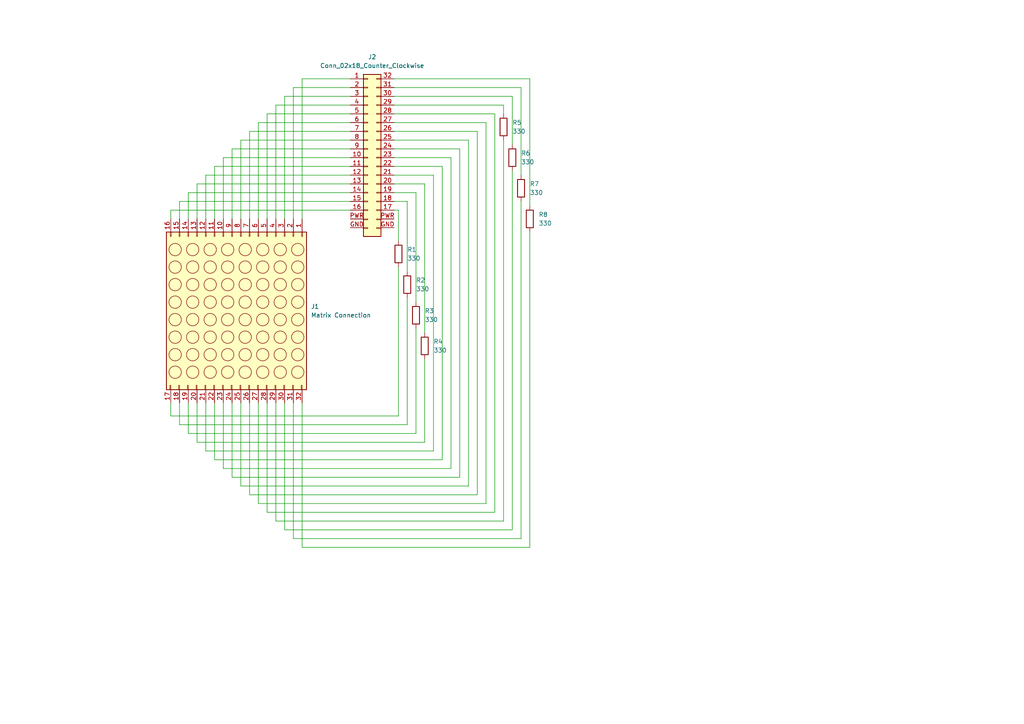
<source format=kicad_sch>
(kicad_sch
	(version 20231120)
	(generator "eeschema")
	(generator_version "8.0")
	(uuid "cb8ab630-adf0-442a-9e14-29f47a2ec785")
	(paper "A4")
	(lib_symbols
		(symbol "Conn_02x16_Counter_Clockwise_1"
			(pin_names
				(offset 1.016) hide)
			(exclude_from_sim no)
			(in_bom yes)
			(on_board yes)
			(property "Reference" "J2"
				(at 1.27 24.13 0)
				(effects
					(font
						(size 1.27 1.27)
					)
				)
			)
			(property "Value" "Conn_02x18_Counter_Clockwise"
				(at 1.27 21.59 0)
				(effects
					(font
						(size 1.27 1.27)
					)
				)
			)
			(property "Footprint" "Connector_PinHeader_2.54mm:PinHeader_2x18_P2.54mm_Vertical"
				(at 0 0 0)
				(effects
					(font
						(size 1.27 1.27)
					)
					(hide yes)
				)
			)
			(property "Datasheet" "~"
				(at 0 0 0)
				(effects
					(font
						(size 1.27 1.27)
					)
					(hide yes)
				)
			)
			(property "Description" "Generic connector, double row, 02x16, counter clockwise pin numbering scheme (similar to DIP package numbering), script generated (kicad-library-utils/schlib/autogen/connector/)"
				(at 0 0 0)
				(effects
					(font
						(size 1.27 1.27)
					)
					(hide yes)
				)
			)
			(property "ki_keywords" "connector"
				(at 0 0 0)
				(effects
					(font
						(size 1.27 1.27)
					)
					(hide yes)
				)
			)
			(property "ki_fp_filters" "Connector*:*_2x??_*"
				(at 0 0 0)
				(effects
					(font
						(size 1.27 1.27)
					)
					(hide yes)
				)
			)
			(symbol "Conn_02x16_Counter_Clockwise_1_1_1"
				(rectangle
					(start -1.27 -25.4)
					(end 0 -25.654)
					(stroke
						(width 0.1524)
						(type default)
					)
					(fill
						(type none)
					)
				)
				(rectangle
					(start -1.27 -22.86)
					(end 0 -23.114)
					(stroke
						(width 0.1524)
						(type default)
					)
					(fill
						(type none)
					)
				)
				(rectangle
					(start -1.27 -20.193)
					(end 0 -20.447)
					(stroke
						(width 0.1524)
						(type default)
					)
					(fill
						(type none)
					)
				)
				(rectangle
					(start -1.27 -17.653)
					(end 0 -17.907)
					(stroke
						(width 0.1524)
						(type default)
					)
					(fill
						(type none)
					)
				)
				(rectangle
					(start -1.27 -15.113)
					(end 0 -15.367)
					(stroke
						(width 0.1524)
						(type default)
					)
					(fill
						(type none)
					)
				)
				(rectangle
					(start -1.27 -12.573)
					(end 0 -12.827)
					(stroke
						(width 0.1524)
						(type default)
					)
					(fill
						(type none)
					)
				)
				(rectangle
					(start -1.27 -10.033)
					(end 0 -10.287)
					(stroke
						(width 0.1524)
						(type default)
					)
					(fill
						(type none)
					)
				)
				(rectangle
					(start -1.27 -7.493)
					(end 0 -7.747)
					(stroke
						(width 0.1524)
						(type default)
					)
					(fill
						(type none)
					)
				)
				(rectangle
					(start -1.27 -4.953)
					(end 0 -5.207)
					(stroke
						(width 0.1524)
						(type default)
					)
					(fill
						(type none)
					)
				)
				(rectangle
					(start -1.27 -2.413)
					(end 0 -2.667)
					(stroke
						(width 0.1524)
						(type default)
					)
					(fill
						(type none)
					)
				)
				(rectangle
					(start -1.27 0.127)
					(end 0 -0.127)
					(stroke
						(width 0.1524)
						(type default)
					)
					(fill
						(type none)
					)
				)
				(rectangle
					(start -1.27 2.667)
					(end 0 2.413)
					(stroke
						(width 0.1524)
						(type default)
					)
					(fill
						(type none)
					)
				)
				(rectangle
					(start -1.27 5.207)
					(end 0 4.953)
					(stroke
						(width 0.1524)
						(type default)
					)
					(fill
						(type none)
					)
				)
				(rectangle
					(start -1.27 7.747)
					(end 0 7.493)
					(stroke
						(width 0.1524)
						(type default)
					)
					(fill
						(type none)
					)
				)
				(rectangle
					(start -1.27 10.287)
					(end 0 10.033)
					(stroke
						(width 0.1524)
						(type default)
					)
					(fill
						(type none)
					)
				)
				(rectangle
					(start -1.27 12.827)
					(end 0 12.573)
					(stroke
						(width 0.1524)
						(type default)
					)
					(fill
						(type none)
					)
				)
				(rectangle
					(start -1.27 15.367)
					(end 0 15.113)
					(stroke
						(width 0.1524)
						(type default)
					)
					(fill
						(type none)
					)
				)
				(rectangle
					(start -1.27 17.907)
					(end 0 17.653)
					(stroke
						(width 0.1524)
						(type default)
					)
					(fill
						(type none)
					)
				)
				(rectangle
					(start -1.27 19.05)
					(end 3.81 -27.94)
					(stroke
						(width 0.254)
						(type default)
					)
					(fill
						(type background)
					)
				)
				(rectangle
					(start 2.54 -25.4)
					(end 3.81 -25.654)
					(stroke
						(width 0.1524)
						(type default)
					)
					(fill
						(type none)
					)
				)
				(rectangle
					(start 2.54 -22.86)
					(end 3.81 -23.114)
					(stroke
						(width 0.1524)
						(type default)
					)
					(fill
						(type none)
					)
				)
				(rectangle
					(start 3.81 -20.193)
					(end 2.54 -20.447)
					(stroke
						(width 0.1524)
						(type default)
					)
					(fill
						(type none)
					)
				)
				(rectangle
					(start 3.81 -17.653)
					(end 2.54 -17.907)
					(stroke
						(width 0.1524)
						(type default)
					)
					(fill
						(type none)
					)
				)
				(rectangle
					(start 3.81 -15.113)
					(end 2.54 -15.367)
					(stroke
						(width 0.1524)
						(type default)
					)
					(fill
						(type none)
					)
				)
				(rectangle
					(start 3.81 -12.573)
					(end 2.54 -12.827)
					(stroke
						(width 0.1524)
						(type default)
					)
					(fill
						(type none)
					)
				)
				(rectangle
					(start 3.81 -10.033)
					(end 2.54 -10.287)
					(stroke
						(width 0.1524)
						(type default)
					)
					(fill
						(type none)
					)
				)
				(rectangle
					(start 3.81 -7.493)
					(end 2.54 -7.747)
					(stroke
						(width 0.1524)
						(type default)
					)
					(fill
						(type none)
					)
				)
				(rectangle
					(start 3.81 -4.953)
					(end 2.54 -5.207)
					(stroke
						(width 0.1524)
						(type default)
					)
					(fill
						(type none)
					)
				)
				(rectangle
					(start 3.81 -2.413)
					(end 2.54 -2.667)
					(stroke
						(width 0.1524)
						(type default)
					)
					(fill
						(type none)
					)
				)
				(rectangle
					(start 3.81 0.127)
					(end 2.54 -0.127)
					(stroke
						(width 0.1524)
						(type default)
					)
					(fill
						(type none)
					)
				)
				(rectangle
					(start 3.81 2.667)
					(end 2.54 2.413)
					(stroke
						(width 0.1524)
						(type default)
					)
					(fill
						(type none)
					)
				)
				(rectangle
					(start 3.81 5.207)
					(end 2.54 4.953)
					(stroke
						(width 0.1524)
						(type default)
					)
					(fill
						(type none)
					)
				)
				(rectangle
					(start 3.81 7.747)
					(end 2.54 7.493)
					(stroke
						(width 0.1524)
						(type default)
					)
					(fill
						(type none)
					)
				)
				(rectangle
					(start 3.81 10.287)
					(end 2.54 10.033)
					(stroke
						(width 0.1524)
						(type default)
					)
					(fill
						(type none)
					)
				)
				(rectangle
					(start 3.81 12.827)
					(end 2.54 12.573)
					(stroke
						(width 0.1524)
						(type default)
					)
					(fill
						(type none)
					)
				)
				(rectangle
					(start 3.81 15.367)
					(end 2.54 15.113)
					(stroke
						(width 0.1524)
						(type default)
					)
					(fill
						(type none)
					)
				)
				(rectangle
					(start 3.81 17.907)
					(end 2.54 17.653)
					(stroke
						(width 0.1524)
						(type default)
					)
					(fill
						(type none)
					)
				)
				(pin passive line
					(at -5.08 17.78 0)
					(length 3.81)
					(name "Pin_1"
						(effects
							(font
								(size 1.27 1.27)
							)
						)
					)
					(number "1"
						(effects
							(font
								(size 1.27 1.27)
							)
						)
					)
				)
				(pin passive line
					(at -5.08 -5.08 0)
					(length 3.81)
					(name "Pin_10"
						(effects
							(font
								(size 1.27 1.27)
							)
						)
					)
					(number "10"
						(effects
							(font
								(size 1.27 1.27)
							)
						)
					)
				)
				(pin passive line
					(at -5.08 -7.62 0)
					(length 3.81)
					(name "Pin_11"
						(effects
							(font
								(size 1.27 1.27)
							)
						)
					)
					(number "11"
						(effects
							(font
								(size 1.27 1.27)
							)
						)
					)
				)
				(pin passive line
					(at -5.08 -10.16 0)
					(length 3.81)
					(name "Pin_12"
						(effects
							(font
								(size 1.27 1.27)
							)
						)
					)
					(number "12"
						(effects
							(font
								(size 1.27 1.27)
							)
						)
					)
				)
				(pin passive line
					(at -5.08 -12.7 0)
					(length 3.81)
					(name "Pin_13"
						(effects
							(font
								(size 1.27 1.27)
							)
						)
					)
					(number "13"
						(effects
							(font
								(size 1.27 1.27)
							)
						)
					)
				)
				(pin passive line
					(at -5.08 -15.24 0)
					(length 3.81)
					(name "Pin_14"
						(effects
							(font
								(size 1.27 1.27)
							)
						)
					)
					(number "14"
						(effects
							(font
								(size 1.27 1.27)
							)
						)
					)
				)
				(pin passive line
					(at -5.08 -17.78 0)
					(length 3.81)
					(name "Pin_15"
						(effects
							(font
								(size 1.27 1.27)
							)
						)
					)
					(number "15"
						(effects
							(font
								(size 1.27 1.27)
							)
						)
					)
				)
				(pin passive line
					(at -5.08 -20.32 0)
					(length 3.81)
					(name "Pin_16"
						(effects
							(font
								(size 1.27 1.27)
							)
						)
					)
					(number "16"
						(effects
							(font
								(size 1.27 1.27)
							)
						)
					)
				)
				(pin passive line
					(at 7.62 -20.32 180)
					(length 3.81)
					(name "Pin_17"
						(effects
							(font
								(size 1.27 1.27)
							)
						)
					)
					(number "17"
						(effects
							(font
								(size 1.27 1.27)
							)
						)
					)
				)
				(pin passive line
					(at 7.62 -17.78 180)
					(length 3.81)
					(name "Pin_18"
						(effects
							(font
								(size 1.27 1.27)
							)
						)
					)
					(number "18"
						(effects
							(font
								(size 1.27 1.27)
							)
						)
					)
				)
				(pin passive line
					(at 7.62 -15.24 180)
					(length 3.81)
					(name "Pin_19"
						(effects
							(font
								(size 1.27 1.27)
							)
						)
					)
					(number "19"
						(effects
							(font
								(size 1.27 1.27)
							)
						)
					)
				)
				(pin passive line
					(at -5.08 15.24 0)
					(length 3.81)
					(name "Pin_2"
						(effects
							(font
								(size 1.27 1.27)
							)
						)
					)
					(number "2"
						(effects
							(font
								(size 1.27 1.27)
							)
						)
					)
				)
				(pin passive line
					(at 7.62 -12.7 180)
					(length 3.81)
					(name "Pin_20"
						(effects
							(font
								(size 1.27 1.27)
							)
						)
					)
					(number "20"
						(effects
							(font
								(size 1.27 1.27)
							)
						)
					)
				)
				(pin passive line
					(at 7.62 -10.16 180)
					(length 3.81)
					(name "Pin_21"
						(effects
							(font
								(size 1.27 1.27)
							)
						)
					)
					(number "21"
						(effects
							(font
								(size 1.27 1.27)
							)
						)
					)
				)
				(pin passive line
					(at 7.62 -7.62 180)
					(length 3.81)
					(name "Pin_22"
						(effects
							(font
								(size 1.27 1.27)
							)
						)
					)
					(number "22"
						(effects
							(font
								(size 1.27 1.27)
							)
						)
					)
				)
				(pin passive line
					(at 7.62 -5.08 180)
					(length 3.81)
					(name "Pin_23"
						(effects
							(font
								(size 1.27 1.27)
							)
						)
					)
					(number "23"
						(effects
							(font
								(size 1.27 1.27)
							)
						)
					)
				)
				(pin passive line
					(at 7.62 -2.54 180)
					(length 3.81)
					(name "Pin_24"
						(effects
							(font
								(size 1.27 1.27)
							)
						)
					)
					(number "24"
						(effects
							(font
								(size 1.27 1.27)
							)
						)
					)
				)
				(pin passive line
					(at 7.62 0 180)
					(length 3.81)
					(name "Pin_25"
						(effects
							(font
								(size 1.27 1.27)
							)
						)
					)
					(number "25"
						(effects
							(font
								(size 1.27 1.27)
							)
						)
					)
				)
				(pin passive line
					(at 7.62 2.54 180)
					(length 3.81)
					(name "Pin_26"
						(effects
							(font
								(size 1.27 1.27)
							)
						)
					)
					(number "26"
						(effects
							(font
								(size 1.27 1.27)
							)
						)
					)
				)
				(pin passive line
					(at 7.62 5.08 180)
					(length 3.81)
					(name "Pin_27"
						(effects
							(font
								(size 1.27 1.27)
							)
						)
					)
					(number "27"
						(effects
							(font
								(size 1.27 1.27)
							)
						)
					)
				)
				(pin passive line
					(at 7.62 7.62 180)
					(length 3.81)
					(name "Pin_28"
						(effects
							(font
								(size 1.27 1.27)
							)
						)
					)
					(number "28"
						(effects
							(font
								(size 1.27 1.27)
							)
						)
					)
				)
				(pin passive line
					(at 7.62 10.16 180)
					(length 3.81)
					(name "Pin_29"
						(effects
							(font
								(size 1.27 1.27)
							)
						)
					)
					(number "29"
						(effects
							(font
								(size 1.27 1.27)
							)
						)
					)
				)
				(pin passive line
					(at -5.08 12.7 0)
					(length 3.81)
					(name "Pin_3"
						(effects
							(font
								(size 1.27 1.27)
							)
						)
					)
					(number "3"
						(effects
							(font
								(size 1.27 1.27)
							)
						)
					)
				)
				(pin passive line
					(at 7.62 12.7 180)
					(length 3.81)
					(name "Pin_30"
						(effects
							(font
								(size 1.27 1.27)
							)
						)
					)
					(number "30"
						(effects
							(font
								(size 1.27 1.27)
							)
						)
					)
				)
				(pin passive line
					(at 7.62 15.24 180)
					(length 3.81)
					(name "Pin_31"
						(effects
							(font
								(size 1.27 1.27)
							)
						)
					)
					(number "31"
						(effects
							(font
								(size 1.27 1.27)
							)
						)
					)
				)
				(pin passive line
					(at 7.62 17.78 180)
					(length 3.81)
					(name "Pin_32"
						(effects
							(font
								(size 1.27 1.27)
							)
						)
					)
					(number "32"
						(effects
							(font
								(size 1.27 1.27)
							)
						)
					)
				)
				(pin passive line
					(at -5.08 10.16 0)
					(length 3.81)
					(name "Pin_4"
						(effects
							(font
								(size 1.27 1.27)
							)
						)
					)
					(number "4"
						(effects
							(font
								(size 1.27 1.27)
							)
						)
					)
				)
				(pin passive line
					(at -5.08 7.62 0)
					(length 3.81)
					(name "Pin_5"
						(effects
							(font
								(size 1.27 1.27)
							)
						)
					)
					(number "5"
						(effects
							(font
								(size 1.27 1.27)
							)
						)
					)
				)
				(pin passive line
					(at -5.08 5.08 0)
					(length 3.81)
					(name "Pin_6"
						(effects
							(font
								(size 1.27 1.27)
							)
						)
					)
					(number "6"
						(effects
							(font
								(size 1.27 1.27)
							)
						)
					)
				)
				(pin passive line
					(at -5.08 2.54 0)
					(length 3.81)
					(name "Pin_7"
						(effects
							(font
								(size 1.27 1.27)
							)
						)
					)
					(number "7"
						(effects
							(font
								(size 1.27 1.27)
							)
						)
					)
				)
				(pin passive line
					(at -5.08 0 0)
					(length 3.81)
					(name "Pin_8"
						(effects
							(font
								(size 1.27 1.27)
							)
						)
					)
					(number "8"
						(effects
							(font
								(size 1.27 1.27)
							)
						)
					)
				)
				(pin passive line
					(at -5.08 -2.54 0)
					(length 3.81)
					(name "Pin_9"
						(effects
							(font
								(size 1.27 1.27)
							)
						)
					)
					(number "9"
						(effects
							(font
								(size 1.27 1.27)
							)
						)
					)
				)
				(pin passive line
					(at -5.08 -25.4 0)
					(length 3.81)
					(name "GND"
						(effects
							(font
								(size 1.27 1.27)
							)
						)
					)
					(number "GND"
						(effects
							(font
								(size 1.27 1.27)
							)
						)
					)
				)
				(pin passive line
					(at 7.62 -25.4 180)
					(length 3.81)
					(name "GND"
						(effects
							(font
								(size 1.27 1.27)
							)
						)
					)
					(number "GND"
						(effects
							(font
								(size 1.27 1.27)
							)
						)
					)
				)
				(pin passive line
					(at -5.08 -22.86 0)
					(length 3.81)
					(name "PWR"
						(effects
							(font
								(size 1.27 1.27)
							)
						)
					)
					(number "PWR"
						(effects
							(font
								(size 1.27 1.27)
							)
						)
					)
				)
				(pin passive line
					(at 7.62 -22.86 180)
					(length 3.81)
					(name "PWR"
						(effects
							(font
								(size 1.27 1.27)
							)
						)
					)
					(number "PWR"
						(effects
							(font
								(size 1.27 1.27)
							)
						)
					)
				)
			)
		)
		(symbol "Connector_Generic:Conn_02x16_Counter_Clockwise"
			(pin_names
				(offset 1.016) hide)
			(exclude_from_sim no)
			(in_bom yes)
			(on_board yes)
			(property "Reference" "J1"
				(at -0.0001 -22.86 90)
				(effects
					(font
						(size 1.27 1.27)
					)
					(justify right)
				)
			)
			(property "Value" "Matrix Connection"
				(at 2.5399 -22.86 90)
				(effects
					(font
						(size 1.27 1.27)
					)
					(justify right)
				)
			)
			(property "Footprint" "Custom:RGB Matrix 2.54 pitch"
				(at 22.352 21.082 0)
				(effects
					(font
						(size 1.27 1.27)
					)
					(hide yes)
				)
			)
			(property "Datasheet" "~"
				(at 0 0 0)
				(effects
					(font
						(size 1.27 1.27)
					)
					(hide yes)
				)
			)
			(property "Description" "Connection Pins"
				(at 64.008 -0.508 0)
				(do_not_autoplace)
				(effects
					(font
						(size 1.27 1.27)
					)
					(hide yes)
				)
			)
			(property "ki_keywords" "connector"
				(at 0 0 0)
				(effects
					(font
						(size 1.27 1.27)
					)
					(hide yes)
				)
			)
			(property "ki_fp_filters" "Connector*:*_2x??_*"
				(at 0 0 0)
				(effects
					(font
						(size 1.27 1.27)
					)
					(hide yes)
				)
			)
			(symbol "Conn_02x16_Counter_Clockwise_1_1"
				(rectangle
					(start -1.27 -20.193)
					(end 0 -20.447)
					(stroke
						(width 0.1524)
						(type default)
					)
					(fill
						(type none)
					)
				)
				(rectangle
					(start -1.27 -17.653)
					(end 0 -17.907)
					(stroke
						(width 0.1524)
						(type default)
					)
					(fill
						(type none)
					)
				)
				(rectangle
					(start -1.27 -15.113)
					(end 0 -15.367)
					(stroke
						(width 0.1524)
						(type default)
					)
					(fill
						(type none)
					)
				)
				(rectangle
					(start -1.27 -12.573)
					(end 0 -12.827)
					(stroke
						(width 0.1524)
						(type default)
					)
					(fill
						(type none)
					)
				)
				(rectangle
					(start -1.27 -10.033)
					(end 0 -10.287)
					(stroke
						(width 0.1524)
						(type default)
					)
					(fill
						(type none)
					)
				)
				(rectangle
					(start -1.27 -7.493)
					(end 0 -7.747)
					(stroke
						(width 0.1524)
						(type default)
					)
					(fill
						(type none)
					)
				)
				(rectangle
					(start -1.27 -4.953)
					(end 0 -5.207)
					(stroke
						(width 0.1524)
						(type default)
					)
					(fill
						(type none)
					)
				)
				(rectangle
					(start -1.27 -2.413)
					(end 0 -2.667)
					(stroke
						(width 0.1524)
						(type default)
					)
					(fill
						(type none)
					)
				)
				(rectangle
					(start -1.27 0.127)
					(end 0 -0.127)
					(stroke
						(width 0.1524)
						(type default)
					)
					(fill
						(type none)
					)
				)
				(rectangle
					(start -1.27 2.667)
					(end 0 2.413)
					(stroke
						(width 0.1524)
						(type default)
					)
					(fill
						(type none)
					)
				)
				(rectangle
					(start -1.27 5.207)
					(end 0 4.953)
					(stroke
						(width 0.1524)
						(type default)
					)
					(fill
						(type none)
					)
				)
				(rectangle
					(start -1.27 7.747)
					(end 0 7.493)
					(stroke
						(width 0.1524)
						(type default)
					)
					(fill
						(type none)
					)
				)
				(rectangle
					(start -1.27 10.287)
					(end 0 10.033)
					(stroke
						(width 0.1524)
						(type default)
					)
					(fill
						(type none)
					)
				)
				(rectangle
					(start -1.27 12.827)
					(end 0 12.573)
					(stroke
						(width 0.1524)
						(type default)
					)
					(fill
						(type none)
					)
				)
				(rectangle
					(start -1.27 15.367)
					(end 0 15.113)
					(stroke
						(width 0.1524)
						(type default)
					)
					(fill
						(type none)
					)
				)
				(rectangle
					(start -1.27 17.907)
					(end 0 17.653)
					(stroke
						(width 0.1524)
						(type default)
					)
					(fill
						(type none)
					)
				)
				(rectangle
					(start -1.27 19.05)
					(end 44.45 -21.59)
					(stroke
						(width 0.254)
						(type default)
					)
					(fill
						(type background)
					)
				)
				(circle
					(center 3.81 -19.05)
					(radius 1.7961)
					(stroke
						(width 0)
						(type default)
					)
					(fill
						(type none)
					)
				)
				(circle
					(center 3.81 -13.97)
					(radius 1.7961)
					(stroke
						(width 0)
						(type default)
					)
					(fill
						(type none)
					)
				)
				(circle
					(center 3.81 -8.89)
					(radius 1.7961)
					(stroke
						(width 0)
						(type default)
					)
					(fill
						(type none)
					)
				)
				(circle
					(center 3.81 -3.81)
					(radius 1.7961)
					(stroke
						(width 0)
						(type default)
					)
					(fill
						(type none)
					)
				)
				(circle
					(center 3.81 1.27)
					(radius 1.7961)
					(stroke
						(width 0)
						(type default)
					)
					(fill
						(type none)
					)
				)
				(circle
					(center 3.81 6.35)
					(radius 1.7961)
					(stroke
						(width 0)
						(type default)
					)
					(fill
						(type none)
					)
				)
				(circle
					(center 3.81 11.43)
					(radius 1.7961)
					(stroke
						(width 0)
						(type default)
					)
					(fill
						(type none)
					)
				)
				(circle
					(center 3.81 16.51)
					(radius 1.7961)
					(stroke
						(width 0)
						(type default)
					)
					(fill
						(type none)
					)
				)
				(circle
					(center 8.89 -19.05)
					(radius 1.7961)
					(stroke
						(width 0)
						(type default)
					)
					(fill
						(type none)
					)
				)
				(circle
					(center 8.89 -13.97)
					(radius 1.7961)
					(stroke
						(width 0)
						(type default)
					)
					(fill
						(type none)
					)
				)
				(circle
					(center 8.89 -8.89)
					(radius 1.7961)
					(stroke
						(width 0)
						(type default)
					)
					(fill
						(type none)
					)
				)
				(circle
					(center 8.89 -3.81)
					(radius 1.7961)
					(stroke
						(width 0)
						(type default)
					)
					(fill
						(type none)
					)
				)
				(circle
					(center 8.89 1.27)
					(radius 1.7961)
					(stroke
						(width 0)
						(type default)
					)
					(fill
						(type none)
					)
				)
				(circle
					(center 8.89 6.35)
					(radius 1.7961)
					(stroke
						(width 0)
						(type default)
					)
					(fill
						(type none)
					)
				)
				(circle
					(center 8.89 11.43)
					(radius 1.7961)
					(stroke
						(width 0)
						(type default)
					)
					(fill
						(type none)
					)
				)
				(circle
					(center 8.89 16.51)
					(radius 1.7961)
					(stroke
						(width 0)
						(type default)
					)
					(fill
						(type none)
					)
				)
				(circle
					(center 13.97 -19.05)
					(radius 1.7961)
					(stroke
						(width 0)
						(type default)
					)
					(fill
						(type none)
					)
				)
				(circle
					(center 13.97 -13.97)
					(radius 1.7961)
					(stroke
						(width 0)
						(type default)
					)
					(fill
						(type none)
					)
				)
				(circle
					(center 13.97 -8.89)
					(radius 1.7961)
					(stroke
						(width 0)
						(type default)
					)
					(fill
						(type none)
					)
				)
				(circle
					(center 13.97 -3.81)
					(radius 1.7961)
					(stroke
						(width 0)
						(type default)
					)
					(fill
						(type none)
					)
				)
				(circle
					(center 13.97 1.27)
					(radius 1.7961)
					(stroke
						(width 0)
						(type default)
					)
					(fill
						(type none)
					)
				)
				(circle
					(center 13.97 6.35)
					(radius 1.7961)
					(stroke
						(width 0)
						(type default)
					)
					(fill
						(type none)
					)
				)
				(circle
					(center 13.97 11.43)
					(radius 1.7961)
					(stroke
						(width 0)
						(type default)
					)
					(fill
						(type none)
					)
				)
				(circle
					(center 13.97 16.51)
					(radius 1.7961)
					(stroke
						(width 0)
						(type default)
					)
					(fill
						(type none)
					)
				)
				(circle
					(center 19.05 -19.05)
					(radius 1.7961)
					(stroke
						(width 0)
						(type default)
					)
					(fill
						(type none)
					)
				)
				(circle
					(center 19.05 -13.97)
					(radius 1.7961)
					(stroke
						(width 0)
						(type default)
					)
					(fill
						(type none)
					)
				)
				(circle
					(center 19.05 -8.89)
					(radius 1.7961)
					(stroke
						(width 0)
						(type default)
					)
					(fill
						(type none)
					)
				)
				(circle
					(center 19.05 -3.81)
					(radius 1.7961)
					(stroke
						(width 0)
						(type default)
					)
					(fill
						(type none)
					)
				)
				(circle
					(center 19.05 1.27)
					(radius 1.7961)
					(stroke
						(width 0)
						(type default)
					)
					(fill
						(type none)
					)
				)
				(circle
					(center 19.05 6.35)
					(radius 1.7961)
					(stroke
						(width 0)
						(type default)
					)
					(fill
						(type none)
					)
				)
				(circle
					(center 19.05 11.43)
					(radius 1.7961)
					(stroke
						(width 0)
						(type default)
					)
					(fill
						(type none)
					)
				)
				(circle
					(center 19.05 16.51)
					(radius 1.7961)
					(stroke
						(width 0)
						(type default)
					)
					(fill
						(type none)
					)
				)
				(circle
					(center 24.13 -19.05)
					(radius 1.7961)
					(stroke
						(width 0)
						(type default)
					)
					(fill
						(type none)
					)
				)
				(circle
					(center 24.13 -13.97)
					(radius 1.7961)
					(stroke
						(width 0)
						(type default)
					)
					(fill
						(type none)
					)
				)
				(circle
					(center 24.13 -8.89)
					(radius 1.7961)
					(stroke
						(width 0)
						(type default)
					)
					(fill
						(type none)
					)
				)
				(circle
					(center 24.13 -3.81)
					(radius 1.7961)
					(stroke
						(width 0)
						(type default)
					)
					(fill
						(type none)
					)
				)
				(circle
					(center 24.13 1.27)
					(radius 1.7961)
					(stroke
						(width 0)
						(type default)
					)
					(fill
						(type none)
					)
				)
				(circle
					(center 24.13 6.35)
					(radius 1.7961)
					(stroke
						(width 0)
						(type default)
					)
					(fill
						(type none)
					)
				)
				(circle
					(center 24.13 11.43)
					(radius 1.7961)
					(stroke
						(width 0)
						(type default)
					)
					(fill
						(type none)
					)
				)
				(circle
					(center 24.13 16.51)
					(radius 1.7961)
					(stroke
						(width 0)
						(type default)
					)
					(fill
						(type none)
					)
				)
				(circle
					(center 29.21 -19.05)
					(radius 1.7961)
					(stroke
						(width 0)
						(type default)
					)
					(fill
						(type none)
					)
				)
				(circle
					(center 29.21 -13.97)
					(radius 1.7961)
					(stroke
						(width 0)
						(type default)
					)
					(fill
						(type none)
					)
				)
				(circle
					(center 29.21 -8.89)
					(radius 1.7961)
					(stroke
						(width 0)
						(type default)
					)
					(fill
						(type none)
					)
				)
				(circle
					(center 29.21 -3.81)
					(radius 1.7961)
					(stroke
						(width 0)
						(type default)
					)
					(fill
						(type none)
					)
				)
				(circle
					(center 29.21 1.27)
					(radius 1.7961)
					(stroke
						(width 0)
						(type default)
					)
					(fill
						(type none)
					)
				)
				(circle
					(center 29.21 6.35)
					(radius 1.7961)
					(stroke
						(width 0)
						(type default)
					)
					(fill
						(type none)
					)
				)
				(circle
					(center 29.21 11.43)
					(radius 1.7961)
					(stroke
						(width 0)
						(type default)
					)
					(fill
						(type none)
					)
				)
				(circle
					(center 29.21 16.51)
					(radius 1.7961)
					(stroke
						(width 0)
						(type default)
					)
					(fill
						(type none)
					)
				)
				(circle
					(center 34.29 -19.05)
					(radius 1.7961)
					(stroke
						(width 0)
						(type default)
					)
					(fill
						(type none)
					)
				)
				(circle
					(center 34.29 -13.97)
					(radius 1.7961)
					(stroke
						(width 0)
						(type default)
					)
					(fill
						(type none)
					)
				)
				(circle
					(center 34.29 -8.89)
					(radius 1.7961)
					(stroke
						(width 0)
						(type default)
					)
					(fill
						(type none)
					)
				)
				(circle
					(center 34.29 -3.81)
					(radius 1.7961)
					(stroke
						(width 0)
						(type default)
					)
					(fill
						(type none)
					)
				)
				(circle
					(center 34.29 1.27)
					(radius 1.7961)
					(stroke
						(width 0)
						(type default)
					)
					(fill
						(type none)
					)
				)
				(circle
					(center 34.29 6.35)
					(radius 1.7961)
					(stroke
						(width 0)
						(type default)
					)
					(fill
						(type none)
					)
				)
				(circle
					(center 34.29 11.43)
					(radius 1.7961)
					(stroke
						(width 0)
						(type default)
					)
					(fill
						(type none)
					)
				)
				(circle
					(center 34.29 16.51)
					(radius 1.7961)
					(stroke
						(width 0)
						(type default)
					)
					(fill
						(type none)
					)
				)
				(circle
					(center 39.37 -19.05)
					(radius 1.7961)
					(stroke
						(width 0)
						(type default)
					)
					(fill
						(type none)
					)
				)
				(circle
					(center 39.37 -13.97)
					(radius 1.7961)
					(stroke
						(width 0)
						(type default)
					)
					(fill
						(type none)
					)
				)
				(circle
					(center 39.37 -8.89)
					(radius 1.7961)
					(stroke
						(width 0)
						(type default)
					)
					(fill
						(type none)
					)
				)
				(circle
					(center 39.37 -3.81)
					(radius 1.7961)
					(stroke
						(width 0)
						(type default)
					)
					(fill
						(type none)
					)
				)
				(circle
					(center 39.37 1.27)
					(radius 1.7961)
					(stroke
						(width 0)
						(type default)
					)
					(fill
						(type none)
					)
				)
				(circle
					(center 39.37 6.35)
					(radius 1.7961)
					(stroke
						(width 0)
						(type default)
					)
					(fill
						(type none)
					)
				)
				(circle
					(center 39.37 11.43)
					(radius 1.7961)
					(stroke
						(width 0)
						(type default)
					)
					(fill
						(type none)
					)
				)
				(circle
					(center 39.37 16.51)
					(radius 1.7961)
					(stroke
						(width 0)
						(type default)
					)
					(fill
						(type none)
					)
				)
				(rectangle
					(start 44.45 -20.32)
					(end 43.18 -20.574)
					(stroke
						(width 0.1524)
						(type default)
					)
					(fill
						(type none)
					)
				)
				(rectangle
					(start 44.45 -17.78)
					(end 43.18 -18.034)
					(stroke
						(width 0.1524)
						(type default)
					)
					(fill
						(type none)
					)
				)
				(rectangle
					(start 44.45 -15.24)
					(end 43.18 -15.494)
					(stroke
						(width 0.1524)
						(type default)
					)
					(fill
						(type none)
					)
				)
				(rectangle
					(start 44.45 -12.7)
					(end 43.18 -12.954)
					(stroke
						(width 0.1524)
						(type default)
					)
					(fill
						(type none)
					)
				)
				(rectangle
					(start 44.45 -10.16)
					(end 43.18 -10.414)
					(stroke
						(width 0.1524)
						(type default)
					)
					(fill
						(type none)
					)
				)
				(rectangle
					(start 44.45 -7.62)
					(end 43.18 -7.874)
					(stroke
						(width 0.1524)
						(type default)
					)
					(fill
						(type none)
					)
				)
				(rectangle
					(start 44.45 -5.08)
					(end 43.18 -5.334)
					(stroke
						(width 0.1524)
						(type default)
					)
					(fill
						(type none)
					)
				)
				(rectangle
					(start 44.45 -2.54)
					(end 43.18 -2.794)
					(stroke
						(width 0.1524)
						(type default)
					)
					(fill
						(type none)
					)
				)
				(rectangle
					(start 44.45 0)
					(end 43.18 -0.254)
					(stroke
						(width 0.1524)
						(type default)
					)
					(fill
						(type none)
					)
				)
				(rectangle
					(start 44.45 2.54)
					(end 43.18 2.286)
					(stroke
						(width 0.1524)
						(type default)
					)
					(fill
						(type none)
					)
				)
				(rectangle
					(start 44.45 5.08)
					(end 43.18 4.826)
					(stroke
						(width 0.1524)
						(type default)
					)
					(fill
						(type none)
					)
				)
				(rectangle
					(start 44.45 7.62)
					(end 43.18 7.366)
					(stroke
						(width 0.1524)
						(type default)
					)
					(fill
						(type none)
					)
				)
				(rectangle
					(start 44.45 10.16)
					(end 43.18 9.906)
					(stroke
						(width 0.1524)
						(type default)
					)
					(fill
						(type none)
					)
				)
				(rectangle
					(start 44.45 12.7)
					(end 43.18 12.446)
					(stroke
						(width 0.1524)
						(type default)
					)
					(fill
						(type none)
					)
				)
				(rectangle
					(start 44.45 15.24)
					(end 43.18 14.986)
					(stroke
						(width 0.1524)
						(type default)
					)
					(fill
						(type none)
					)
				)
				(rectangle
					(start 44.45 17.78)
					(end 43.18 17.526)
					(stroke
						(width 0.1524)
						(type default)
					)
					(fill
						(type none)
					)
				)
				(pin passive line
					(at -5.08 17.78 0)
					(length 3.81)
					(name "Pin_1"
						(effects
							(font
								(size 1.27 1.27)
							)
						)
					)
					(number "1"
						(effects
							(font
								(size 1.27 1.27)
							)
						)
					)
				)
				(pin passive line
					(at -5.08 -5.08 0)
					(length 3.81)
					(name "Pin_10"
						(effects
							(font
								(size 1.27 1.27)
							)
						)
					)
					(number "10"
						(effects
							(font
								(size 1.27 1.27)
							)
						)
					)
				)
				(pin passive line
					(at -5.08 -7.62 0)
					(length 3.81)
					(name "Pin_11"
						(effects
							(font
								(size 1.27 1.27)
							)
						)
					)
					(number "11"
						(effects
							(font
								(size 1.27 1.27)
							)
						)
					)
				)
				(pin passive line
					(at -5.08 -10.16 0)
					(length 3.81)
					(name "Pin_12"
						(effects
							(font
								(size 1.27 1.27)
							)
						)
					)
					(number "12"
						(effects
							(font
								(size 1.27 1.27)
							)
						)
					)
				)
				(pin passive line
					(at -5.08 -12.7 0)
					(length 3.81)
					(name "Pin_13"
						(effects
							(font
								(size 1.27 1.27)
							)
						)
					)
					(number "13"
						(effects
							(font
								(size 1.27 1.27)
							)
						)
					)
				)
				(pin passive line
					(at -5.08 -15.24 0)
					(length 3.81)
					(name "Pin_14"
						(effects
							(font
								(size 1.27 1.27)
							)
						)
					)
					(number "14"
						(effects
							(font
								(size 1.27 1.27)
							)
						)
					)
				)
				(pin passive line
					(at -5.08 -17.78 0)
					(length 3.81)
					(name "Pin_15"
						(effects
							(font
								(size 1.27 1.27)
							)
						)
					)
					(number "15"
						(effects
							(font
								(size 1.27 1.27)
							)
						)
					)
				)
				(pin passive line
					(at -5.08 -20.32 0)
					(length 3.81)
					(name "Pin_16"
						(effects
							(font
								(size 1.27 1.27)
							)
						)
					)
					(number "16"
						(effects
							(font
								(size 1.27 1.27)
							)
						)
					)
				)
				(pin passive line
					(at 48.26 -20.32 180)
					(length 3.81)
					(name "Pin_17"
						(effects
							(font
								(size 1.27 1.27)
							)
						)
					)
					(number "17"
						(effects
							(font
								(size 1.27 1.27)
							)
						)
					)
				)
				(pin passive line
					(at 48.26 -17.78 180)
					(length 3.81)
					(name "Pin_18"
						(effects
							(font
								(size 1.27 1.27)
							)
						)
					)
					(number "18"
						(effects
							(font
								(size 1.27 1.27)
							)
						)
					)
				)
				(pin passive line
					(at 48.26 -15.24 180)
					(length 3.81)
					(name "Pin_19"
						(effects
							(font
								(size 1.27 1.27)
							)
						)
					)
					(number "19"
						(effects
							(font
								(size 1.27 1.27)
							)
						)
					)
				)
				(pin passive line
					(at -5.08 15.24 0)
					(length 3.81)
					(name "Pin_2"
						(effects
							(font
								(size 1.27 1.27)
							)
						)
					)
					(number "2"
						(effects
							(font
								(size 1.27 1.27)
							)
						)
					)
				)
				(pin passive line
					(at 48.26 -12.7 180)
					(length 3.81)
					(name "Pin_20"
						(effects
							(font
								(size 1.27 1.27)
							)
						)
					)
					(number "20"
						(effects
							(font
								(size 1.27 1.27)
							)
						)
					)
				)
				(pin passive line
					(at 48.26 -10.16 180)
					(length 3.81)
					(name "Pin_21"
						(effects
							(font
								(size 1.27 1.27)
							)
						)
					)
					(number "21"
						(effects
							(font
								(size 1.27 1.27)
							)
						)
					)
				)
				(pin passive line
					(at 48.26 -7.62 180)
					(length 3.81)
					(name "Pin_22"
						(effects
							(font
								(size 1.27 1.27)
							)
						)
					)
					(number "22"
						(effects
							(font
								(size 1.27 1.27)
							)
						)
					)
				)
				(pin passive line
					(at 48.26 -5.08 180)
					(length 3.81)
					(name "Pin_23"
						(effects
							(font
								(size 1.27 1.27)
							)
						)
					)
					(number "23"
						(effects
							(font
								(size 1.27 1.27)
							)
						)
					)
				)
				(pin passive line
					(at 48.26 -2.54 180)
					(length 3.81)
					(name "Pin_24"
						(effects
							(font
								(size 1.27 1.27)
							)
						)
					)
					(number "24"
						(effects
							(font
								(size 1.27 1.27)
							)
						)
					)
				)
				(pin passive line
					(at 48.26 0 180)
					(length 3.81)
					(name "Pin_25"
						(effects
							(font
								(size 1.27 1.27)
							)
						)
					)
					(number "25"
						(effects
							(font
								(size 1.27 1.27)
							)
						)
					)
				)
				(pin passive line
					(at 48.26 2.54 180)
					(length 3.81)
					(name "Pin_26"
						(effects
							(font
								(size 1.27 1.27)
							)
						)
					)
					(number "26"
						(effects
							(font
								(size 1.27 1.27)
							)
						)
					)
				)
				(pin passive line
					(at 48.26 5.08 180)
					(length 3.81)
					(name "Pin_27"
						(effects
							(font
								(size 1.27 1.27)
							)
						)
					)
					(number "27"
						(effects
							(font
								(size 1.27 1.27)
							)
						)
					)
				)
				(pin passive line
					(at 48.26 7.62 180)
					(length 3.81)
					(name "Pin_28"
						(effects
							(font
								(size 1.27 1.27)
							)
						)
					)
					(number "28"
						(effects
							(font
								(size 1.27 1.27)
							)
						)
					)
				)
				(pin passive line
					(at 48.26 10.16 180)
					(length 3.81)
					(name "Pin_29"
						(effects
							(font
								(size 1.27 1.27)
							)
						)
					)
					(number "29"
						(effects
							(font
								(size 1.27 1.27)
							)
						)
					)
				)
				(pin passive line
					(at -5.08 12.7 0)
					(length 3.81)
					(name "Pin_3"
						(effects
							(font
								(size 1.27 1.27)
							)
						)
					)
					(number "3"
						(effects
							(font
								(size 1.27 1.27)
							)
						)
					)
				)
				(pin passive line
					(at 48.26 12.7 180)
					(length 3.81)
					(name "Pin_30"
						(effects
							(font
								(size 1.27 1.27)
							)
						)
					)
					(number "30"
						(effects
							(font
								(size 1.27 1.27)
							)
						)
					)
				)
				(pin passive line
					(at 48.26 15.24 180)
					(length 3.81)
					(name "Pin_31"
						(effects
							(font
								(size 1.27 1.27)
							)
						)
					)
					(number "31"
						(effects
							(font
								(size 1.27 1.27)
							)
						)
					)
				)
				(pin passive line
					(at 48.26 17.78 180)
					(length 3.81)
					(name "Pin_32"
						(effects
							(font
								(size 1.27 1.27)
							)
						)
					)
					(number "32"
						(effects
							(font
								(size 1.27 1.27)
							)
						)
					)
				)
				(pin passive line
					(at -5.08 10.16 0)
					(length 3.81)
					(name "Pin_4"
						(effects
							(font
								(size 1.27 1.27)
							)
						)
					)
					(number "4"
						(effects
							(font
								(size 1.27 1.27)
							)
						)
					)
				)
				(pin passive line
					(at -5.08 7.62 0)
					(length 3.81)
					(name "Pin_5"
						(effects
							(font
								(size 1.27 1.27)
							)
						)
					)
					(number "5"
						(effects
							(font
								(size 1.27 1.27)
							)
						)
					)
				)
				(pin passive line
					(at -5.08 5.08 0)
					(length 3.81)
					(name "Pin_6"
						(effects
							(font
								(size 1.27 1.27)
							)
						)
					)
					(number "6"
						(effects
							(font
								(size 1.27 1.27)
							)
						)
					)
				)
				(pin passive line
					(at -5.08 2.54 0)
					(length 3.81)
					(name "Pin_7"
						(effects
							(font
								(size 1.27 1.27)
							)
						)
					)
					(number "7"
						(effects
							(font
								(size 1.27 1.27)
							)
						)
					)
				)
				(pin passive line
					(at -5.08 0 0)
					(length 3.81)
					(name "Pin_8"
						(effects
							(font
								(size 1.27 1.27)
							)
						)
					)
					(number "8"
						(effects
							(font
								(size 1.27 1.27)
							)
						)
					)
				)
				(pin passive line
					(at -5.08 -2.54 0)
					(length 3.81)
					(name "Pin_9"
						(effects
							(font
								(size 1.27 1.27)
							)
						)
					)
					(number "9"
						(effects
							(font
								(size 1.27 1.27)
							)
						)
					)
				)
			)
		)
		(symbol "Device:R"
			(pin_numbers hide)
			(pin_names
				(offset 0)
			)
			(exclude_from_sim no)
			(in_bom yes)
			(on_board yes)
			(property "Reference" "R"
				(at 2.032 0 90)
				(effects
					(font
						(size 1.27 1.27)
					)
				)
			)
			(property "Value" "R"
				(at 0 0 90)
				(effects
					(font
						(size 1.27 1.27)
					)
				)
			)
			(property "Footprint" ""
				(at -1.778 0 90)
				(effects
					(font
						(size 1.27 1.27)
					)
					(hide yes)
				)
			)
			(property "Datasheet" "~"
				(at 0 0 0)
				(effects
					(font
						(size 1.27 1.27)
					)
					(hide yes)
				)
			)
			(property "Description" "Resistor"
				(at 0 0 0)
				(effects
					(font
						(size 1.27 1.27)
					)
					(hide yes)
				)
			)
			(property "ki_keywords" "R res resistor"
				(at 0 0 0)
				(effects
					(font
						(size 1.27 1.27)
					)
					(hide yes)
				)
			)
			(property "ki_fp_filters" "R_*"
				(at 0 0 0)
				(effects
					(font
						(size 1.27 1.27)
					)
					(hide yes)
				)
			)
			(symbol "R_0_1"
				(rectangle
					(start -1.016 -2.54)
					(end 1.016 2.54)
					(stroke
						(width 0.254)
						(type default)
					)
					(fill
						(type none)
					)
				)
			)
			(symbol "R_1_1"
				(pin passive line
					(at 0 3.81 270)
					(length 1.27)
					(name "~"
						(effects
							(font
								(size 1.27 1.27)
							)
						)
					)
					(number "1"
						(effects
							(font
								(size 1.27 1.27)
							)
						)
					)
				)
				(pin passive line
					(at 0 -3.81 90)
					(length 1.27)
					(name "~"
						(effects
							(font
								(size 1.27 1.27)
							)
						)
					)
					(number "2"
						(effects
							(font
								(size 1.27 1.27)
							)
						)
					)
				)
			)
		)
	)
	(wire
		(pts
			(xy 49.53 60.96) (xy 49.53 63.5)
		)
		(stroke
			(width 0)
			(type default)
		)
		(uuid "01af2ae2-2291-45d5-bde2-599792b4375b")
	)
	(wire
		(pts
			(xy 114.3 50.8) (xy 125.73 50.8)
		)
		(stroke
			(width 0)
			(type default)
		)
		(uuid "0dc6e7b6-455b-4552-b5de-a45b60c0db12")
	)
	(wire
		(pts
			(xy 125.73 130.81) (xy 59.69 130.81)
		)
		(stroke
			(width 0)
			(type default)
		)
		(uuid "0e5e5a54-9859-487b-9655-794d0e503766")
	)
	(wire
		(pts
			(xy 130.81 135.89) (xy 64.77 135.89)
		)
		(stroke
			(width 0)
			(type default)
		)
		(uuid "18071ec3-2cc6-4f6b-bcff-bfeed3df5973")
	)
	(wire
		(pts
			(xy 128.27 133.35) (xy 128.27 48.26)
		)
		(stroke
			(width 0)
			(type default)
		)
		(uuid "1933a54d-79f3-4f23-9d55-60c1fa3d9a8c")
	)
	(wire
		(pts
			(xy 77.47 148.59) (xy 143.51 148.59)
		)
		(stroke
			(width 0)
			(type default)
		)
		(uuid "194e9bc3-b3bd-4d9e-8713-9be8815192b6")
	)
	(wire
		(pts
			(xy 143.51 33.02) (xy 143.51 148.59)
		)
		(stroke
			(width 0)
			(type default)
		)
		(uuid "197de3af-04cb-4346-ad7e-3b5b4900c306")
	)
	(wire
		(pts
			(xy 69.85 40.64) (xy 69.85 63.5)
		)
		(stroke
			(width 0)
			(type default)
		)
		(uuid "1a3c5c57-d45e-4d6f-b325-e8e9747662ac")
	)
	(wire
		(pts
			(xy 114.3 40.64) (xy 135.89 40.64)
		)
		(stroke
			(width 0)
			(type default)
		)
		(uuid "1b4ad44a-46b8-4030-952a-cec7c34b3d1f")
	)
	(wire
		(pts
			(xy 67.31 138.43) (xy 133.35 138.43)
		)
		(stroke
			(width 0)
			(type default)
		)
		(uuid "1c49d062-0034-4244-b1ba-bebd9e381473")
	)
	(wire
		(pts
			(xy 146.05 30.48) (xy 114.3 30.48)
		)
		(stroke
			(width 0)
			(type default)
		)
		(uuid "1d0dc62d-0e71-4fba-abab-72c674211b9f")
	)
	(wire
		(pts
			(xy 80.01 151.13) (xy 146.05 151.13)
		)
		(stroke
			(width 0)
			(type default)
		)
		(uuid "22243593-a3c1-46f2-a5ae-036f3300a6a3")
	)
	(wire
		(pts
			(xy 85.09 116.84) (xy 85.09 156.21)
		)
		(stroke
			(width 0)
			(type default)
		)
		(uuid "25ee6cc5-8372-4fd0-94ae-4c789d94001d")
	)
	(wire
		(pts
			(xy 52.07 58.42) (xy 101.6 58.42)
		)
		(stroke
			(width 0)
			(type default)
		)
		(uuid "2853374a-8a32-47df-a7fe-5a244e2f0fbe")
	)
	(wire
		(pts
			(xy 69.85 140.97) (xy 69.85 116.84)
		)
		(stroke
			(width 0)
			(type default)
		)
		(uuid "2a8acd14-1eea-4484-98ee-591b4689af3b")
	)
	(wire
		(pts
			(xy 118.11 123.19) (xy 118.11 86.36)
		)
		(stroke
			(width 0)
			(type default)
		)
		(uuid "2b846c87-0639-4e55-ae84-cbdeeee957a6")
	)
	(wire
		(pts
			(xy 54.61 125.73) (xy 54.61 116.84)
		)
		(stroke
			(width 0)
			(type default)
		)
		(uuid "35c878fd-dcf9-4aaa-b818-41909329f5a3")
	)
	(wire
		(pts
			(xy 77.47 33.02) (xy 77.47 63.5)
		)
		(stroke
			(width 0)
			(type default)
		)
		(uuid "3f052ec6-9994-4bfd-9f85-c7647d128570")
	)
	(wire
		(pts
			(xy 140.97 35.56) (xy 140.97 146.05)
		)
		(stroke
			(width 0)
			(type default)
		)
		(uuid "41c87652-e61e-4729-a60a-2378fe103cfe")
	)
	(wire
		(pts
			(xy 151.13 50.8) (xy 151.13 25.4)
		)
		(stroke
			(width 0)
			(type default)
		)
		(uuid "42ead799-36ef-4f29-b053-32525917635c")
	)
	(wire
		(pts
			(xy 101.6 22.86) (xy 87.63 22.86)
		)
		(stroke
			(width 0)
			(type default)
		)
		(uuid "453a0741-c5c3-44bd-9da3-745a85e04f2c")
	)
	(wire
		(pts
			(xy 101.6 38.1) (xy 72.39 38.1)
		)
		(stroke
			(width 0)
			(type default)
		)
		(uuid "471a01ca-c448-4b69-af9f-a289287bcd2b")
	)
	(wire
		(pts
			(xy 133.35 43.18) (xy 114.3 43.18)
		)
		(stroke
			(width 0)
			(type default)
		)
		(uuid "493067ac-6cf5-47bf-967c-c9ae16aea978")
	)
	(wire
		(pts
			(xy 62.23 133.35) (xy 128.27 133.35)
		)
		(stroke
			(width 0)
			(type default)
		)
		(uuid "4a6a7afa-6dde-4b0c-b473-a5a3047be951")
	)
	(wire
		(pts
			(xy 57.15 116.84) (xy 57.15 128.27)
		)
		(stroke
			(width 0)
			(type default)
		)
		(uuid "4e99bacf-aca2-45a7-91ea-c1430f2f7050")
	)
	(wire
		(pts
			(xy 69.85 140.97) (xy 135.89 140.97)
		)
		(stroke
			(width 0)
			(type default)
		)
		(uuid "4f47cf8d-af1f-4dd7-8bc2-1950f54673e0")
	)
	(wire
		(pts
			(xy 118.11 78.74) (xy 118.11 58.42)
		)
		(stroke
			(width 0)
			(type default)
		)
		(uuid "501d94f4-f84a-489b-b8fe-97797124d775")
	)
	(wire
		(pts
			(xy 123.19 96.52) (xy 123.19 53.34)
		)
		(stroke
			(width 0)
			(type default)
		)
		(uuid "502db414-4042-4311-b7d2-b56c2f3fff86")
	)
	(wire
		(pts
			(xy 101.6 30.48) (xy 80.01 30.48)
		)
		(stroke
			(width 0)
			(type default)
		)
		(uuid "53ad027f-eed6-4aa6-a812-e4c23ed8fe76")
	)
	(wire
		(pts
			(xy 49.53 120.65) (xy 49.53 116.84)
		)
		(stroke
			(width 0)
			(type default)
		)
		(uuid "587fa90a-bb2a-4a37-b766-6ecb6d67dcea")
	)
	(wire
		(pts
			(xy 57.15 128.27) (xy 123.19 128.27)
		)
		(stroke
			(width 0)
			(type default)
		)
		(uuid "5c544791-42fe-4a37-9fa0-25b035d28662")
	)
	(wire
		(pts
			(xy 72.39 143.51) (xy 72.39 116.84)
		)
		(stroke
			(width 0)
			(type default)
		)
		(uuid "5d366dcd-738f-4a90-9b12-5fbf2f52aae8")
	)
	(wire
		(pts
			(xy 72.39 143.51) (xy 138.43 143.51)
		)
		(stroke
			(width 0)
			(type default)
		)
		(uuid "5dd98c73-b658-4b06-a7fb-c9317696d5e2")
	)
	(wire
		(pts
			(xy 101.6 33.02) (xy 77.47 33.02)
		)
		(stroke
			(width 0)
			(type default)
		)
		(uuid "5f670f81-3432-4ad4-bb7b-65cd624a056a")
	)
	(wire
		(pts
			(xy 87.63 116.84) (xy 87.63 158.75)
		)
		(stroke
			(width 0)
			(type default)
		)
		(uuid "613f83d0-cad0-465c-ad27-6a1dfcdac565")
	)
	(wire
		(pts
			(xy 115.57 60.96) (xy 115.57 69.85)
		)
		(stroke
			(width 0)
			(type default)
		)
		(uuid "6198f728-ab13-4420-855e-6998b7a307e0")
	)
	(wire
		(pts
			(xy 123.19 53.34) (xy 114.3 53.34)
		)
		(stroke
			(width 0)
			(type default)
		)
		(uuid "6c4a7096-1624-4bce-b633-2dbb50fa367d")
	)
	(wire
		(pts
			(xy 114.3 22.86) (xy 153.67 22.86)
		)
		(stroke
			(width 0)
			(type default)
		)
		(uuid "6d5c9902-79b8-4c2e-be43-4daa8be6cd5b")
	)
	(wire
		(pts
			(xy 85.09 156.21) (xy 151.13 156.21)
		)
		(stroke
			(width 0)
			(type default)
		)
		(uuid "730757fc-9a81-4a0d-9197-d2209aadc712")
	)
	(wire
		(pts
			(xy 72.39 38.1) (xy 72.39 63.5)
		)
		(stroke
			(width 0)
			(type default)
		)
		(uuid "7432f83c-cf10-4238-8519-5b2f406b4884")
	)
	(wire
		(pts
			(xy 74.93 35.56) (xy 74.93 63.5)
		)
		(stroke
			(width 0)
			(type default)
		)
		(uuid "752b213f-b4c2-4298-9293-4b9fdcb5dc57")
	)
	(wire
		(pts
			(xy 120.65 55.88) (xy 120.65 87.63)
		)
		(stroke
			(width 0)
			(type default)
		)
		(uuid "7684ded3-2c40-4d67-b377-b75d0ab6a1dd")
	)
	(wire
		(pts
			(xy 135.89 40.64) (xy 135.89 140.97)
		)
		(stroke
			(width 0)
			(type default)
		)
		(uuid "77273776-d803-4de6-bb35-815ecf008c4d")
	)
	(wire
		(pts
			(xy 118.11 58.42) (xy 114.3 58.42)
		)
		(stroke
			(width 0)
			(type default)
		)
		(uuid "77936d26-3ff3-44b4-bf12-3f7611eaee53")
	)
	(wire
		(pts
			(xy 54.61 55.88) (xy 54.61 63.5)
		)
		(stroke
			(width 0)
			(type default)
		)
		(uuid "7a374267-26b1-4003-82f9-c395dd958fcb")
	)
	(wire
		(pts
			(xy 101.6 48.26) (xy 62.23 48.26)
		)
		(stroke
			(width 0)
			(type default)
		)
		(uuid "7a4eaa61-e907-4312-9a7a-52d16b750c77")
	)
	(wire
		(pts
			(xy 57.15 63.5) (xy 57.15 53.34)
		)
		(stroke
			(width 0)
			(type default)
		)
		(uuid "7c85b44d-2b0a-4817-8e18-04e99929481c")
	)
	(wire
		(pts
			(xy 67.31 116.84) (xy 67.31 138.43)
		)
		(stroke
			(width 0)
			(type default)
		)
		(uuid "7e0f1dcd-d527-4e40-a7a2-1f5d39eb9f8d")
	)
	(wire
		(pts
			(xy 115.57 120.65) (xy 49.53 120.65)
		)
		(stroke
			(width 0)
			(type default)
		)
		(uuid "7e829298-19f1-4ff0-b258-792a31ac3356")
	)
	(wire
		(pts
			(xy 120.65 125.73) (xy 54.61 125.73)
		)
		(stroke
			(width 0)
			(type default)
		)
		(uuid "7fd45f4c-fd86-483a-800a-8af89d2a68fc")
	)
	(wire
		(pts
			(xy 52.07 123.19) (xy 118.11 123.19)
		)
		(stroke
			(width 0)
			(type default)
		)
		(uuid "801ee06b-58bf-47af-bd94-6f650560b3db")
	)
	(wire
		(pts
			(xy 115.57 77.47) (xy 115.57 120.65)
		)
		(stroke
			(width 0)
			(type default)
		)
		(uuid "82f0b3e3-8da3-4f29-b03f-722360f26b6c")
	)
	(wire
		(pts
			(xy 101.6 25.4) (xy 85.09 25.4)
		)
		(stroke
			(width 0)
			(type default)
		)
		(uuid "85bd6844-917c-43c8-ba5b-04c50edff4aa")
	)
	(wire
		(pts
			(xy 101.6 35.56) (xy 74.93 35.56)
		)
		(stroke
			(width 0)
			(type default)
		)
		(uuid "890802b5-d0da-439a-91e0-2c1d53fc652e")
	)
	(wire
		(pts
			(xy 52.07 116.84) (xy 52.07 123.19)
		)
		(stroke
			(width 0)
			(type default)
		)
		(uuid "8ac9c4c4-9b52-4cdc-be7d-b38d31df8f4a")
	)
	(wire
		(pts
			(xy 123.19 128.27) (xy 123.19 104.14)
		)
		(stroke
			(width 0)
			(type default)
		)
		(uuid "934d20b3-54d0-4591-9bac-c1c071bb9e51")
	)
	(wire
		(pts
			(xy 67.31 43.18) (xy 67.31 63.5)
		)
		(stroke
			(width 0)
			(type default)
		)
		(uuid "942ee98d-d916-4e52-afad-ce606adfbaab")
	)
	(wire
		(pts
			(xy 114.3 55.88) (xy 120.65 55.88)
		)
		(stroke
			(width 0)
			(type default)
		)
		(uuid "94b254fb-092b-4caf-bd2e-416354c99dbc")
	)
	(wire
		(pts
			(xy 62.23 48.26) (xy 62.23 63.5)
		)
		(stroke
			(width 0)
			(type default)
		)
		(uuid "9a8008c4-4682-4f9a-9806-625cfb606c4a")
	)
	(wire
		(pts
			(xy 77.47 148.59) (xy 77.47 116.84)
		)
		(stroke
			(width 0)
			(type default)
		)
		(uuid "9b6c1a46-19f0-4435-870b-018ceffbaab0")
	)
	(wire
		(pts
			(xy 146.05 151.13) (xy 146.05 40.64)
		)
		(stroke
			(width 0)
			(type default)
		)
		(uuid "9c400fec-9b3a-4a83-8a66-82e329065e28")
	)
	(wire
		(pts
			(xy 101.6 55.88) (xy 54.61 55.88)
		)
		(stroke
			(width 0)
			(type default)
		)
		(uuid "9cb03a19-cd44-4119-9267-8ce274ca4fce")
	)
	(wire
		(pts
			(xy 130.81 45.72) (xy 130.81 135.89)
		)
		(stroke
			(width 0)
			(type default)
		)
		(uuid "9d23e281-d819-4c96-b341-0365028c0490")
	)
	(wire
		(pts
			(xy 153.67 67.31) (xy 153.67 158.75)
		)
		(stroke
			(width 0)
			(type default)
		)
		(uuid "9ec16f48-5e87-4194-970a-f7296d2cc6dc")
	)
	(wire
		(pts
			(xy 114.3 33.02) (xy 143.51 33.02)
		)
		(stroke
			(width 0)
			(type default)
		)
		(uuid "a187fcda-758e-4a57-b94d-32d540941241")
	)
	(wire
		(pts
			(xy 74.93 146.05) (xy 74.93 116.84)
		)
		(stroke
			(width 0)
			(type default)
		)
		(uuid "a37d7020-ae3c-4cdb-afaa-6413d53c633c")
	)
	(wire
		(pts
			(xy 87.63 22.86) (xy 87.63 63.5)
		)
		(stroke
			(width 0)
			(type default)
		)
		(uuid "a413f2e6-a9c1-4665-86f5-d1dd81be929d")
	)
	(wire
		(pts
			(xy 101.6 40.64) (xy 69.85 40.64)
		)
		(stroke
			(width 0)
			(type default)
		)
		(uuid "a44a0075-d6f9-4c04-9c0a-5f75026b92c0")
	)
	(wire
		(pts
			(xy 80.01 116.84) (xy 80.01 151.13)
		)
		(stroke
			(width 0)
			(type default)
		)
		(uuid "a68addc8-b219-49f9-8f31-dd5813520f07")
	)
	(wire
		(pts
			(xy 64.77 63.5) (xy 64.77 45.72)
		)
		(stroke
			(width 0)
			(type default)
		)
		(uuid "a6bd9e49-cb55-424a-b77d-33e8f742a4f4")
	)
	(wire
		(pts
			(xy 59.69 130.81) (xy 59.69 116.84)
		)
		(stroke
			(width 0)
			(type default)
		)
		(uuid "ab912a51-6320-41d9-ac3f-ced82ceae60c")
	)
	(wire
		(pts
			(xy 82.55 153.67) (xy 82.55 116.84)
		)
		(stroke
			(width 0)
			(type default)
		)
		(uuid "b1e66f27-3c02-4ff5-8bc0-bb8e76b1bf43")
	)
	(wire
		(pts
			(xy 151.13 25.4) (xy 114.3 25.4)
		)
		(stroke
			(width 0)
			(type default)
		)
		(uuid "b27d9e63-00ab-45d4-9636-07f7a390dbde")
	)
	(wire
		(pts
			(xy 114.3 27.94) (xy 148.59 27.94)
		)
		(stroke
			(width 0)
			(type default)
		)
		(uuid "b4e22913-1ced-4a41-a588-d83721b60b77")
	)
	(wire
		(pts
			(xy 101.6 27.94) (xy 82.55 27.94)
		)
		(stroke
			(width 0)
			(type default)
		)
		(uuid "b7787d03-7c00-4ae1-a431-2fab99aae42a")
	)
	(wire
		(pts
			(xy 85.09 25.4) (xy 85.09 63.5)
		)
		(stroke
			(width 0)
			(type default)
		)
		(uuid "b880793e-183b-4e1a-ad94-1b7c43035ddd")
	)
	(wire
		(pts
			(xy 114.3 48.26) (xy 128.27 48.26)
		)
		(stroke
			(width 0)
			(type default)
		)
		(uuid "b9edeb84-ac98-4949-836e-6e572d9153f3")
	)
	(wire
		(pts
			(xy 82.55 27.94) (xy 82.55 63.5)
		)
		(stroke
			(width 0)
			(type default)
		)
		(uuid "be1fe950-8414-433c-ba58-4f56e1ad7c3b")
	)
	(wire
		(pts
			(xy 153.67 22.86) (xy 153.67 59.69)
		)
		(stroke
			(width 0)
			(type default)
		)
		(uuid "c1429c9a-8537-479e-82b9-fb1b69e8eb53")
	)
	(wire
		(pts
			(xy 138.43 143.51) (xy 138.43 38.1)
		)
		(stroke
			(width 0)
			(type default)
		)
		(uuid "c1792470-8cfe-4fb5-b6ff-a15a443d96a7")
	)
	(wire
		(pts
			(xy 74.93 146.05) (xy 140.97 146.05)
		)
		(stroke
			(width 0)
			(type default)
		)
		(uuid "c2df7587-ccab-4117-b929-2f8bc32a404f")
	)
	(wire
		(pts
			(xy 125.73 50.8) (xy 125.73 130.81)
		)
		(stroke
			(width 0)
			(type default)
		)
		(uuid "c761ccaf-c1aa-4d41-924a-464deca94d5f")
	)
	(wire
		(pts
			(xy 101.6 50.8) (xy 59.69 50.8)
		)
		(stroke
			(width 0)
			(type default)
		)
		(uuid "c7ecf933-552b-415b-b3f8-412bcf86b18f")
	)
	(wire
		(pts
			(xy 80.01 30.48) (xy 80.01 63.5)
		)
		(stroke
			(width 0)
			(type default)
		)
		(uuid "ca9d0974-68a1-4a9f-8fbe-ddb4f715d168")
	)
	(wire
		(pts
			(xy 148.59 27.94) (xy 148.59 41.91)
		)
		(stroke
			(width 0)
			(type default)
		)
		(uuid "cb65530d-5ec3-4b6a-9fc2-2d211c89f546")
	)
	(wire
		(pts
			(xy 114.3 35.56) (xy 140.97 35.56)
		)
		(stroke
			(width 0)
			(type default)
		)
		(uuid "cf894c47-1a1f-4194-88c6-101012d95c94")
	)
	(wire
		(pts
			(xy 138.43 38.1) (xy 114.3 38.1)
		)
		(stroke
			(width 0)
			(type default)
		)
		(uuid "d0a4d352-9666-4e2e-9d28-e096ed10e7af")
	)
	(wire
		(pts
			(xy 101.6 43.18) (xy 67.31 43.18)
		)
		(stroke
			(width 0)
			(type default)
		)
		(uuid "d101fd79-b5f8-42e1-8024-653a8b051162")
	)
	(wire
		(pts
			(xy 52.07 63.5) (xy 52.07 58.42)
		)
		(stroke
			(width 0)
			(type default)
		)
		(uuid "d35e1939-fb30-4db2-88a9-00777d8451a2")
	)
	(wire
		(pts
			(xy 114.3 45.72) (xy 130.81 45.72)
		)
		(stroke
			(width 0)
			(type default)
		)
		(uuid "d65714a6-e9f2-46a2-8af9-cf279958a318")
	)
	(wire
		(pts
			(xy 62.23 116.84) (xy 62.23 133.35)
		)
		(stroke
			(width 0)
			(type default)
		)
		(uuid "dc08854d-df4c-487a-9b40-a1035ad96939")
	)
	(wire
		(pts
			(xy 146.05 33.02) (xy 146.05 30.48)
		)
		(stroke
			(width 0)
			(type default)
		)
		(uuid "dc43291b-47a5-45ea-8e99-a36b920d4546")
	)
	(wire
		(pts
			(xy 57.15 53.34) (xy 101.6 53.34)
		)
		(stroke
			(width 0)
			(type default)
		)
		(uuid "dc5ff235-5eec-46a7-b896-a832a0b329cf")
	)
	(wire
		(pts
			(xy 151.13 156.21) (xy 151.13 58.42)
		)
		(stroke
			(width 0)
			(type default)
		)
		(uuid "de44dffe-623b-44bd-a875-3dfa7d01e846")
	)
	(wire
		(pts
			(xy 148.59 49.53) (xy 148.59 153.67)
		)
		(stroke
			(width 0)
			(type default)
		)
		(uuid "e248043f-63a0-4b3d-9529-766fb9ed28d0")
	)
	(wire
		(pts
			(xy 64.77 135.89) (xy 64.77 116.84)
		)
		(stroke
			(width 0)
			(type default)
		)
		(uuid "e262cd32-ce57-4d63-8986-805ec949be99")
	)
	(wire
		(pts
			(xy 120.65 95.25) (xy 120.65 125.73)
		)
		(stroke
			(width 0)
			(type default)
		)
		(uuid "e8c6805a-a3ad-44c3-a3f6-60622ef09a9e")
	)
	(wire
		(pts
			(xy 64.77 45.72) (xy 101.6 45.72)
		)
		(stroke
			(width 0)
			(type default)
		)
		(uuid "edcefb16-579c-4461-bfce-9f8899dde9fc")
	)
	(wire
		(pts
			(xy 114.3 60.96) (xy 115.57 60.96)
		)
		(stroke
			(width 0)
			(type default)
		)
		(uuid "f1b90c6b-c1f8-4e99-b71d-3c789619e2a4")
	)
	(wire
		(pts
			(xy 153.67 158.75) (xy 87.63 158.75)
		)
		(stroke
			(width 0)
			(type default)
		)
		(uuid "f29eab72-ab15-406d-bf64-a108ea46b6c0")
	)
	(wire
		(pts
			(xy 82.55 153.67) (xy 148.59 153.67)
		)
		(stroke
			(width 0)
			(type default)
		)
		(uuid "f53fd266-2d92-4cb1-947f-77eef0d336fe")
	)
	(wire
		(pts
			(xy 101.6 60.96) (xy 49.53 60.96)
		)
		(stroke
			(width 0)
			(type default)
		)
		(uuid "f5d74846-736a-4a55-9d0e-cbb18079ffe1")
	)
	(wire
		(pts
			(xy 133.35 138.43) (xy 133.35 43.18)
		)
		(stroke
			(width 0)
			(type default)
		)
		(uuid "fb744e89-f7ae-41ba-ae46-d7584aa56b23")
	)
	(wire
		(pts
			(xy 59.69 50.8) (xy 59.69 63.5)
		)
		(stroke
			(width 0)
			(type default)
		)
		(uuid "fcdd5d09-8df1-4412-856d-20b8549df3ee")
	)
	(symbol
		(lib_id "Connector_Generic:Conn_02x16_Counter_Clockwise")
		(at 69.85 68.58 270)
		(unit 1)
		(exclude_from_sim no)
		(in_bom yes)
		(on_board yes)
		(dnp no)
		(uuid "04c20318-6e02-4a95-9ce9-4d4161309edd")
		(property "Reference" "J1"
			(at 90.17 88.8999 90)
			(effects
				(font
					(size 1.27 1.27)
				)
				(justify left)
			)
		)
		(property "Value" "Matrix Connection"
			(at 90.17 91.4399 90)
			(effects
				(font
					(size 1.27 1.27)
				)
				(justify left)
			)
		)
		(property "Footprint" "Custom:RGB Matrix 2.54 pitch"
			(at 90.932 90.932 0)
			(effects
				(font
					(size 1.27 1.27)
				)
				(hide yes)
			)
		)
		(property "Datasheet" "~"
			(at 69.85 68.58 0)
			(effects
				(font
					(size 1.27 1.27)
				)
				(hide yes)
			)
		)
		(property "Description" "Connection Pins"
			(at 69.342 132.588 0)
			(do_not_autoplace yes)
			(effects
				(font
					(size 1.27 1.27)
				)
				(hide yes)
			)
		)
		(pin "22"
			(uuid "47b3753e-2b46-40b6-a916-47b7d8e17ae2")
		)
		(pin "27"
			(uuid "f1d8932f-5e0b-44c9-ae4e-1e9c231a5c6a")
		)
		(pin "17"
			(uuid "fe221e35-73b4-4fba-86f9-10145c0ee060")
		)
		(pin "10"
			(uuid "2f49d684-d7fa-4c5d-84bc-4d74e03dde64")
		)
		(pin "9"
			(uuid "d09ed7a7-c587-4737-b424-262ef0da1169")
		)
		(pin "15"
			(uuid "1bcce85c-eae1-49a1-b99f-ff38806038fb")
		)
		(pin "7"
			(uuid "b7a79084-6dd0-48c3-91c4-cf314d92cf8e")
		)
		(pin "26"
			(uuid "e52e92e2-cd9b-47f7-9e96-74fa57fe22ab")
		)
		(pin "4"
			(uuid "d1303a90-e3ff-4e59-be43-642c58e5c581")
		)
		(pin "14"
			(uuid "b5d85425-c430-4e77-ac3a-21d891eb7f38")
		)
		(pin "1"
			(uuid "3cbcb0bc-0ff8-49d3-894a-f84a4b4e5eab")
		)
		(pin "13"
			(uuid "29f8b58e-cd5f-423e-a40d-3401a64bfdd7")
		)
		(pin "24"
			(uuid "e68149e9-1b16-4de6-8338-11db5e54dcb9")
		)
		(pin "3"
			(uuid "264a0b86-143a-4d2e-8b5b-8b9007cd244a")
		)
		(pin "25"
			(uuid "4d649813-c944-4c62-9d2d-6ef77bc3ec5d")
		)
		(pin "30"
			(uuid "fbaf1930-efdf-49c1-b186-407b3d854040")
		)
		(pin "28"
			(uuid "56d5007d-be00-4722-a96a-07a67eb13f69")
		)
		(pin "29"
			(uuid "d148d451-2da7-4dbe-bdb2-ee38e0e3ec45")
		)
		(pin "16"
			(uuid "2de69ab1-55f7-4007-96d1-1c107f3ebef4")
		)
		(pin "5"
			(uuid "90946977-b1b9-4bbc-82e3-8ad8cd7515a7")
		)
		(pin "8"
			(uuid "a646fd99-9a07-40c6-b7b8-ebff90e6d034")
		)
		(pin "19"
			(uuid "adde35f4-f7da-4063-9ab9-8f06db89afe4")
		)
		(pin "11"
			(uuid "2f989fa3-4897-44cb-96a5-64f329848163")
		)
		(pin "23"
			(uuid "8ffca3dd-8507-4df3-b726-2614b6973ad4")
		)
		(pin "32"
			(uuid "cd68c646-389d-41d6-8e67-15e882dd702e")
		)
		(pin "18"
			(uuid "055b79e8-7930-4ea3-b301-0a0566f4222f")
		)
		(pin "31"
			(uuid "5b3994ae-911c-4fc4-8e79-f4ed4afff981")
		)
		(pin "12"
			(uuid "10460b60-0e3b-4ebf-8b05-29e5c4e7f733")
		)
		(pin "20"
			(uuid "d9301fe6-e154-43fd-8921-a1ac7cdbc537")
		)
		(pin "2"
			(uuid "3841a654-8548-4569-b1c5-8915bddfe13d")
		)
		(pin "6"
			(uuid "d0eba190-d53f-465c-b0bb-9273a8b001a2")
		)
		(pin "21"
			(uuid "2a4912d4-c1a8-4051-ac3c-e2d033ba7849")
		)
		(instances
			(project "KiCad LED matrix"
				(path "/cb8ab630-adf0-442a-9e14-29f47a2ec785"
					(reference "J1")
					(unit 1)
				)
			)
		)
	)
	(symbol
		(lib_id "Device:R")
		(at 146.05 36.83 0)
		(unit 1)
		(exclude_from_sim no)
		(in_bom yes)
		(on_board yes)
		(dnp no)
		(fields_autoplaced yes)
		(uuid "26386d64-72ab-40b3-ab8f-5e2936491c3f")
		(property "Reference" "R5"
			(at 148.59 35.5599 0)
			(effects
				(font
					(size 1.27 1.27)
				)
				(justify left)
			)
		)
		(property "Value" "330"
			(at 148.59 38.0999 0)
			(effects
				(font
					(size 1.27 1.27)
				)
				(justify left)
			)
		)
		(property "Footprint" ""
			(at 144.272 36.83 90)
			(effects
				(font
					(size 1.27 1.27)
				)
				(hide yes)
			)
		)
		(property "Datasheet" "~"
			(at 146.05 36.83 0)
			(effects
				(font
					(size 1.27 1.27)
				)
				(hide yes)
			)
		)
		(property "Description" "Resistor"
			(at 146.05 36.83 0)
			(effects
				(font
					(size 1.27 1.27)
				)
				(hide yes)
			)
		)
		(pin "2"
			(uuid "fb24068a-adb2-4e86-891e-e56fa1dfc110")
		)
		(pin "1"
			(uuid "db37cf5d-7516-4ead-a6bf-10f8a56d05ba")
		)
		(instances
			(project "KiCad LED matrix"
				(path "/cb8ab630-adf0-442a-9e14-29f47a2ec785"
					(reference "R5")
					(unit 1)
				)
			)
		)
	)
	(symbol
		(lib_id "Device:R")
		(at 123.19 100.33 0)
		(unit 1)
		(exclude_from_sim no)
		(in_bom yes)
		(on_board yes)
		(dnp no)
		(fields_autoplaced yes)
		(uuid "2d574ba5-0d45-474f-a277-75a363e2d931")
		(property "Reference" "R4"
			(at 125.73 99.0599 0)
			(effects
				(font
					(size 1.27 1.27)
				)
				(justify left)
			)
		)
		(property "Value" "330"
			(at 125.73 101.5999 0)
			(effects
				(font
					(size 1.27 1.27)
				)
				(justify left)
			)
		)
		(property "Footprint" ""
			(at 121.412 100.33 90)
			(effects
				(font
					(size 1.27 1.27)
				)
				(hide yes)
			)
		)
		(property "Datasheet" "~"
			(at 123.19 100.33 0)
			(effects
				(font
					(size 1.27 1.27)
				)
				(hide yes)
			)
		)
		(property "Description" "Resistor"
			(at 123.19 100.33 0)
			(effects
				(font
					(size 1.27 1.27)
				)
				(hide yes)
			)
		)
		(pin "2"
			(uuid "fe483f89-5c1a-4af1-982c-5b7b199abfe3")
		)
		(pin "1"
			(uuid "ecff96ff-1dbe-4dbb-8900-39d114b9e1c6")
		)
		(instances
			(project "KiCad LED matrix"
				(path "/cb8ab630-adf0-442a-9e14-29f47a2ec785"
					(reference "R4")
					(unit 1)
				)
			)
		)
	)
	(symbol
		(lib_name "Conn_02x16_Counter_Clockwise_1")
		(lib_id "Connector_Generic:Conn_02x16_Counter_Clockwise")
		(at 106.68 40.64 0)
		(unit 1)
		(exclude_from_sim no)
		(in_bom yes)
		(on_board yes)
		(dnp no)
		(fields_autoplaced yes)
		(uuid "514b4599-f425-43cc-a388-6d31f54ce492")
		(property "Reference" "J2"
			(at 107.95 16.51 0)
			(effects
				(font
					(size 1.27 1.27)
				)
			)
		)
		(property "Value" "Conn_02x18_Counter_Clockwise"
			(at 107.95 19.05 0)
			(effects
				(font
					(size 1.27 1.27)
				)
			)
		)
		(property "Footprint" "Connector_PinHeader_2.54mm:PinHeader_2x18_P2.54mm_Vertical"
			(at 106.68 40.64 0)
			(effects
				(font
					(size 1.27 1.27)
				)
				(hide yes)
			)
		)
		(property "Datasheet" "~"
			(at 106.68 40.64 0)
			(effects
				(font
					(size 1.27 1.27)
				)
				(hide yes)
			)
		)
		(property "Description" "Generic connector, double row, 02x16, counter clockwise pin numbering scheme (similar to DIP package numbering), script generated (kicad-library-utils/schlib/autogen/connector/)"
			(at 106.68 40.64 0)
			(effects
				(font
					(size 1.27 1.27)
				)
				(hide yes)
			)
		)
		(pin "22"
			(uuid "91ac5a94-76a2-433a-9e90-fb1dbe891089")
		)
		(pin "27"
			(uuid "80bc1f70-8231-4a38-bd66-287d6bb0a100")
		)
		(pin "17"
			(uuid "295b61b4-2b01-473e-9973-c67a8ff13b91")
		)
		(pin "10"
			(uuid "36e98226-0568-43db-8dbf-2b68e02b1c1c")
		)
		(pin "9"
			(uuid "44f41560-7ef7-4970-929a-6d1895e1f33b")
		)
		(pin "15"
			(uuid "833b8959-72a0-46b7-bd6a-e41a0170edca")
		)
		(pin "7"
			(uuid "316df1b2-92a6-4b98-9bd0-8fb5163d8b8a")
		)
		(pin "26"
			(uuid "8f8e8c34-acd0-49f2-aac8-5c9711f3b59b")
		)
		(pin "4"
			(uuid "959722f3-6182-41ae-86eb-530e95b3e2d3")
		)
		(pin "14"
			(uuid "a5c2fd29-d4e9-48bf-939f-65d1d27e7908")
		)
		(pin "1"
			(uuid "13046bc2-ec11-4bec-9383-e67ef4e6fa77")
		)
		(pin "13"
			(uuid "9939d8d9-b8b5-41b3-9f98-5bf2cf4565ec")
		)
		(pin "24"
			(uuid "27ca064c-95d3-4a1e-830f-dfadb98d580d")
		)
		(pin "3"
			(uuid "54fbd1ad-babd-4de1-9757-2aa45bb4e6c8")
		)
		(pin "25"
			(uuid "723c8616-4c65-4311-ad38-57569eb42f40")
		)
		(pin "30"
			(uuid "4852d1a8-ebde-4d95-b56c-2481bfbc59b2")
		)
		(pin "28"
			(uuid "a15d3c9f-c1ee-435b-8868-962cac27cd4a")
		)
		(pin "29"
			(uuid "c5f5df91-6464-44da-8417-59792b9c025d")
		)
		(pin "16"
			(uuid "e95f59db-4acf-45ff-84bf-87ea25558db3")
		)
		(pin "5"
			(uuid "ece6b825-8186-4f46-a9ad-d096fca6a0ea")
		)
		(pin "8"
			(uuid "f5d9c3df-93f0-4baf-ae5b-32e35d81d83d")
		)
		(pin "19"
			(uuid "33c2d4dd-8221-44ae-b03b-35c150335716")
		)
		(pin "11"
			(uuid "e2f67209-2fc0-4776-9f63-d411876f482e")
		)
		(pin "23"
			(uuid "4682e8bc-5bc1-4f14-adf9-efdb4d794255")
		)
		(pin "32"
			(uuid "6a4ff4d9-2a30-4e57-bc90-a96bda1b8e9d")
		)
		(pin "18"
			(uuid "e8b310b6-a729-4d87-8932-44c43e9d649f")
		)
		(pin "31"
			(uuid "eb7af910-1930-4bb6-a921-f9d8015a1b57")
		)
		(pin "12"
			(uuid "96ec290c-17b7-4781-b079-b33044355e80")
		)
		(pin "20"
			(uuid "a6dbcccb-6951-4875-b25f-39397e2895da")
		)
		(pin "2"
			(uuid "1593833f-3663-4450-8121-d1b73012e0d9")
		)
		(pin "6"
			(uuid "0367e16e-1d83-4fa4-8762-5d7f95eed37a")
		)
		(pin "21"
			(uuid "5163b273-c2c0-4395-a991-fb950953b569")
		)
		(pin "PWR"
			(uuid "6a3f4611-c402-4caf-b9b1-ee28f9f1cb6f")
		)
		(pin "PWR"
			(uuid "e503a826-5687-4e26-b2ea-78b728f1dfc3")
		)
		(pin "GND"
			(uuid "dba8dbd1-928b-4671-b12c-49866f178f1b")
		)
		(pin "GND"
			(uuid "3e3aa49d-dca9-47a0-b33c-28dcbbe3ba05")
		)
		(instances
			(project "KiCad LED matrix"
				(path "/cb8ab630-adf0-442a-9e14-29f47a2ec785"
					(reference "J2")
					(unit 1)
				)
			)
		)
	)
	(symbol
		(lib_id "Device:R")
		(at 153.67 63.5 0)
		(unit 1)
		(exclude_from_sim no)
		(in_bom yes)
		(on_board yes)
		(dnp no)
		(fields_autoplaced yes)
		(uuid "51c797a6-b96a-4c0c-8032-1b8426023bec")
		(property "Reference" "R8"
			(at 156.21 62.2299 0)
			(effects
				(font
					(size 1.27 1.27)
				)
				(justify left)
			)
		)
		(property "Value" "330"
			(at 156.21 64.7699 0)
			(effects
				(font
					(size 1.27 1.27)
				)
				(justify left)
			)
		)
		(property "Footprint" ""
			(at 151.892 63.5 90)
			(effects
				(font
					(size 1.27 1.27)
				)
				(hide yes)
			)
		)
		(property "Datasheet" "~"
			(at 153.67 63.5 0)
			(effects
				(font
					(size 1.27 1.27)
				)
				(hide yes)
			)
		)
		(property "Description" "Resistor"
			(at 153.67 63.5 0)
			(effects
				(font
					(size 1.27 1.27)
				)
				(hide yes)
			)
		)
		(pin "2"
			(uuid "429d7b84-5ee8-4c28-a566-efba558cb368")
		)
		(pin "1"
			(uuid "4fa5adaf-b28e-40b2-ade4-bc915402aa88")
		)
		(instances
			(project "KiCad LED matrix"
				(path "/cb8ab630-adf0-442a-9e14-29f47a2ec785"
					(reference "R8")
					(unit 1)
				)
			)
		)
	)
	(symbol
		(lib_id "Device:R")
		(at 118.11 82.55 0)
		(unit 1)
		(exclude_from_sim no)
		(in_bom yes)
		(on_board yes)
		(dnp no)
		(fields_autoplaced yes)
		(uuid "bd3d251b-5ba9-4dc6-930c-f7d2f142d9ee")
		(property "Reference" "R2"
			(at 120.65 81.2799 0)
			(effects
				(font
					(size 1.27 1.27)
				)
				(justify left)
			)
		)
		(property "Value" "330"
			(at 120.65 83.8199 0)
			(effects
				(font
					(size 1.27 1.27)
				)
				(justify left)
			)
		)
		(property "Footprint" ""
			(at 116.332 82.55 90)
			(effects
				(font
					(size 1.27 1.27)
				)
				(hide yes)
			)
		)
		(property "Datasheet" "~"
			(at 118.11 82.55 0)
			(effects
				(font
					(size 1.27 1.27)
				)
				(hide yes)
			)
		)
		(property "Description" "Resistor"
			(at 118.11 82.55 0)
			(effects
				(font
					(size 1.27 1.27)
				)
				(hide yes)
			)
		)
		(pin "2"
			(uuid "e7cbb4c4-02c3-4d03-aa5c-5893ad166afb")
		)
		(pin "1"
			(uuid "7ef66d53-efef-4df4-a339-65d948f9e953")
		)
		(instances
			(project "KiCad LED matrix"
				(path "/cb8ab630-adf0-442a-9e14-29f47a2ec785"
					(reference "R2")
					(unit 1)
				)
			)
		)
	)
	(symbol
		(lib_id "Device:R")
		(at 151.13 54.61 0)
		(unit 1)
		(exclude_from_sim no)
		(in_bom yes)
		(on_board yes)
		(dnp no)
		(fields_autoplaced yes)
		(uuid "bf3f423e-d1a7-4f3a-86eb-8ab50993f14c")
		(property "Reference" "R7"
			(at 153.67 53.3399 0)
			(effects
				(font
					(size 1.27 1.27)
				)
				(justify left)
			)
		)
		(property "Value" "330"
			(at 153.67 55.8799 0)
			(effects
				(font
					(size 1.27 1.27)
				)
				(justify left)
			)
		)
		(property "Footprint" ""
			(at 149.352 54.61 90)
			(effects
				(font
					(size 1.27 1.27)
				)
				(hide yes)
			)
		)
		(property "Datasheet" "~"
			(at 151.13 54.61 0)
			(effects
				(font
					(size 1.27 1.27)
				)
				(hide yes)
			)
		)
		(property "Description" "Resistor"
			(at 151.13 54.61 0)
			(effects
				(font
					(size 1.27 1.27)
				)
				(hide yes)
			)
		)
		(pin "2"
			(uuid "01387187-9943-4cae-bbe5-1fc33114b728")
		)
		(pin "1"
			(uuid "8793073d-e5c8-4c49-93f4-374fa35a86f1")
		)
		(instances
			(project "KiCad LED matrix"
				(path "/cb8ab630-adf0-442a-9e14-29f47a2ec785"
					(reference "R7")
					(unit 1)
				)
			)
		)
	)
	(symbol
		(lib_id "Device:R")
		(at 120.65 91.44 0)
		(unit 1)
		(exclude_from_sim no)
		(in_bom yes)
		(on_board yes)
		(dnp no)
		(fields_autoplaced yes)
		(uuid "dfb9e58a-48f7-413c-9f84-191c3ee0c4e7")
		(property "Reference" "R3"
			(at 123.19 90.1699 0)
			(effects
				(font
					(size 1.27 1.27)
				)
				(justify left)
			)
		)
		(property "Value" "330"
			(at 123.19 92.7099 0)
			(effects
				(font
					(size 1.27 1.27)
				)
				(justify left)
			)
		)
		(property "Footprint" ""
			(at 118.872 91.44 90)
			(effects
				(font
					(size 1.27 1.27)
				)
				(hide yes)
			)
		)
		(property "Datasheet" "~"
			(at 120.65 91.44 0)
			(effects
				(font
					(size 1.27 1.27)
				)
				(hide yes)
			)
		)
		(property "Description" "Resistor"
			(at 120.65 91.44 0)
			(effects
				(font
					(size 1.27 1.27)
				)
				(hide yes)
			)
		)
		(pin "2"
			(uuid "b94d2dd3-6507-4292-a677-bf0488d57aab")
		)
		(pin "1"
			(uuid "f087e884-aa4d-4b18-8a5c-5002e6bf2679")
		)
		(instances
			(project "KiCad LED matrix"
				(path "/cb8ab630-adf0-442a-9e14-29f47a2ec785"
					(reference "R3")
					(unit 1)
				)
			)
		)
	)
	(symbol
		(lib_id "Device:R")
		(at 115.57 73.66 0)
		(unit 1)
		(exclude_from_sim no)
		(in_bom yes)
		(on_board yes)
		(dnp no)
		(fields_autoplaced yes)
		(uuid "e0387a3d-e265-4dc8-9d56-c6244d78f977")
		(property "Reference" "R1"
			(at 118.11 72.3899 0)
			(effects
				(font
					(size 1.27 1.27)
				)
				(justify left)
			)
		)
		(property "Value" "330"
			(at 118.11 74.9299 0)
			(effects
				(font
					(size 1.27 1.27)
				)
				(justify left)
			)
		)
		(property "Footprint" ""
			(at 113.792 73.66 90)
			(effects
				(font
					(size 1.27 1.27)
				)
				(hide yes)
			)
		)
		(property "Datasheet" "~"
			(at 115.57 73.66 0)
			(effects
				(font
					(size 1.27 1.27)
				)
				(hide yes)
			)
		)
		(property "Description" "Resistor"
			(at 115.57 73.66 0)
			(effects
				(font
					(size 1.27 1.27)
				)
				(hide yes)
			)
		)
		(pin "2"
			(uuid "d11261a2-0920-42ab-b785-94c32991c0aa")
		)
		(pin "1"
			(uuid "bea97263-c45b-4ebc-a02c-2b64fdf0fae4")
		)
		(instances
			(project "KiCad LED matrix"
				(path "/cb8ab630-adf0-442a-9e14-29f47a2ec785"
					(reference "R1")
					(unit 1)
				)
			)
		)
	)
	(symbol
		(lib_id "Device:R")
		(at 148.59 45.72 0)
		(unit 1)
		(exclude_from_sim no)
		(in_bom yes)
		(on_board yes)
		(dnp no)
		(fields_autoplaced yes)
		(uuid "f6011ddf-724c-4d96-8fcd-2845133d5b6b")
		(property "Reference" "R6"
			(at 151.13 44.4499 0)
			(effects
				(font
					(size 1.27 1.27)
				)
				(justify left)
			)
		)
		(property "Value" "330"
			(at 151.13 46.9899 0)
			(effects
				(font
					(size 1.27 1.27)
				)
				(justify left)
			)
		)
		(property "Footprint" ""
			(at 146.812 45.72 90)
			(effects
				(font
					(size 1.27 1.27)
				)
				(hide yes)
			)
		)
		(property "Datasheet" "~"
			(at 148.59 45.72 0)
			(effects
				(font
					(size 1.27 1.27)
				)
				(hide yes)
			)
		)
		(property "Description" "Resistor"
			(at 148.59 45.72 0)
			(effects
				(font
					(size 1.27 1.27)
				)
				(hide yes)
			)
		)
		(pin "2"
			(uuid "762d65b0-d7d4-46c8-81d0-daf386c15a2b")
		)
		(pin "1"
			(uuid "cd4a43f8-2ee6-4f3e-92b8-f367799b9fa3")
		)
		(instances
			(project "KiCad LED matrix"
				(path "/cb8ab630-adf0-442a-9e14-29f47a2ec785"
					(reference "R6")
					(unit 1)
				)
			)
		)
	)
	(sheet_instances
		(path "/"
			(page "1")
		)
	)
)
</source>
